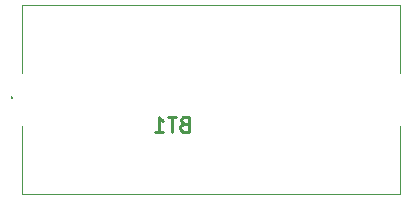
<source format=gbr>
G04 #@! TF.GenerationSoftware,KiCad,Pcbnew,(5.1.8)-1*
G04 #@! TF.CreationDate,2021-04-15T21:20:39+02:00*
G04 #@! TF.ProjectId,nrf52-sensor-tag,6e726635-322d-4736-956e-736f722d7461,rev?*
G04 #@! TF.SameCoordinates,Original*
G04 #@! TF.FileFunction,Legend,Bot*
G04 #@! TF.FilePolarity,Positive*
%FSLAX46Y46*%
G04 Gerber Fmt 4.6, Leading zero omitted, Abs format (unit mm)*
G04 Created by KiCad (PCBNEW (5.1.8)-1) date 2021-04-15 21:20:39*
%MOMM*%
%LPD*%
G01*
G04 APERTURE LIST*
%ADD10C,0.100000*%
%ADD11C,0.200000*%
%ADD12C,0.254000*%
G04 APERTURE END LIST*
D10*
X105767600Y-66867600D02*
X105767600Y-66867600D01*
X105767600Y-66867600D02*
X105767600Y-72617600D01*
X105767600Y-72617600D02*
X105767600Y-72617600D01*
X105767600Y-72617600D02*
X105767600Y-66867600D01*
X105767600Y-72617600D02*
X137767600Y-72617600D01*
X137767600Y-72617600D02*
X137767600Y-72617600D01*
X137767600Y-72617600D02*
X105767600Y-72617600D01*
X105767600Y-72617600D02*
X105767600Y-72617600D01*
X137767600Y-72617600D02*
X137767600Y-72617600D01*
X137767600Y-72617600D02*
X137767600Y-66867600D01*
X137767600Y-66867600D02*
X137767600Y-66867600D01*
X137767600Y-66867600D02*
X137767600Y-72617600D01*
X137767600Y-62367600D02*
X137767600Y-62367600D01*
X137767600Y-62367600D02*
X137767600Y-56617600D01*
X137767600Y-56617600D02*
X137767600Y-56617600D01*
X137767600Y-56617600D02*
X137767600Y-62367600D01*
X137767600Y-56617600D02*
X105767600Y-56617600D01*
X105767600Y-56617600D02*
X105767600Y-56617600D01*
X105767600Y-56617600D02*
X137767600Y-56617600D01*
X137767600Y-56617600D02*
X137767600Y-56617600D01*
X105767600Y-56617600D02*
X105767600Y-56617600D01*
X105767600Y-56617600D02*
X105767600Y-62367600D01*
X105767600Y-62367600D02*
X105767600Y-62367600D01*
X105767600Y-62367600D02*
X105767600Y-56617600D01*
D11*
X104867600Y-64417600D02*
X104867600Y-64417600D01*
X104867600Y-64517600D02*
X104867600Y-64517600D01*
X104867600Y-64417600D02*
X104867600Y-64417600D01*
X104867600Y-64517600D02*
G75*
G03*
X104867600Y-64417600I0J50000D01*
G01*
X104867600Y-64417600D02*
G75*
G03*
X104867600Y-64517600I0J-50000D01*
G01*
X104867600Y-64517600D02*
G75*
G03*
X104867600Y-64417600I0J50000D01*
G01*
D12*
X119463457Y-66711285D02*
X119282028Y-66771761D01*
X119221552Y-66832238D01*
X119161076Y-66953190D01*
X119161076Y-67134619D01*
X119221552Y-67255571D01*
X119282028Y-67316047D01*
X119402980Y-67376523D01*
X119886790Y-67376523D01*
X119886790Y-66106523D01*
X119463457Y-66106523D01*
X119342504Y-66167000D01*
X119282028Y-66227476D01*
X119221552Y-66348428D01*
X119221552Y-66469380D01*
X119282028Y-66590333D01*
X119342504Y-66650809D01*
X119463457Y-66711285D01*
X119886790Y-66711285D01*
X118798219Y-66106523D02*
X118072504Y-66106523D01*
X118435361Y-67376523D02*
X118435361Y-66106523D01*
X116983933Y-67376523D02*
X117709647Y-67376523D01*
X117346790Y-67376523D02*
X117346790Y-66106523D01*
X117467742Y-66287952D01*
X117588695Y-66408904D01*
X117709647Y-66469380D01*
M02*

</source>
